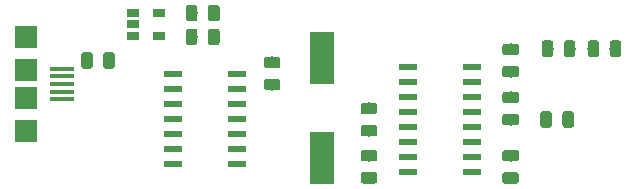
<source format=gbr>
G04 #@! TF.GenerationSoftware,KiCad,Pcbnew,5.0.2-bee76a0~70~ubuntu16.04.1*
G04 #@! TF.CreationDate,2019-07-30T15:31:50+02:00*
G04 #@! TF.ProjectId,hw-USB-RF,68772d55-5342-42d5-9246-2e6b69636164,rev?*
G04 #@! TF.SameCoordinates,Original*
G04 #@! TF.FileFunction,Paste,Top*
G04 #@! TF.FilePolarity,Positive*
%FSLAX46Y46*%
G04 Gerber Fmt 4.6, Leading zero omitted, Abs format (unit mm)*
G04 Created by KiCad (PCBNEW 5.0.2-bee76a0~70~ubuntu16.04.1) date Tue 30 Jul 2019 03:31:50 PM CEST*
%MOMM*%
%LPD*%
G01*
G04 APERTURE LIST*
%ADD10R,1.500000X0.600000*%
%ADD11C,0.100000*%
%ADD12C,0.975000*%
%ADD13R,2.000000X4.500000*%
%ADD14R,1.060000X0.650000*%
%ADD15R,1.897380X1.897380*%
%ADD16R,2.000000X0.398780*%
G04 APERTURE END LIST*
D10*
G04 #@! TO.C,U3*
X127795000Y-85725000D03*
X127795000Y-84455000D03*
X127795000Y-83185000D03*
X127795000Y-81915000D03*
X127795000Y-80645000D03*
X127795000Y-79375000D03*
X127795000Y-78105000D03*
X122395000Y-78105000D03*
X122395000Y-79375000D03*
X122395000Y-80645000D03*
X122395000Y-81915000D03*
X122395000Y-83185000D03*
X122395000Y-84455000D03*
X122395000Y-85725000D03*
G04 #@! TD*
D11*
G04 #@! TO.C,C1*
G36*
X156142642Y-81301174D02*
X156166303Y-81304684D01*
X156189507Y-81310496D01*
X156212029Y-81318554D01*
X156233653Y-81328782D01*
X156254170Y-81341079D01*
X156273383Y-81355329D01*
X156291107Y-81371393D01*
X156307171Y-81389117D01*
X156321421Y-81408330D01*
X156333718Y-81428847D01*
X156343946Y-81450471D01*
X156352004Y-81472993D01*
X156357816Y-81496197D01*
X156361326Y-81519858D01*
X156362500Y-81543750D01*
X156362500Y-82456250D01*
X156361326Y-82480142D01*
X156357816Y-82503803D01*
X156352004Y-82527007D01*
X156343946Y-82549529D01*
X156333718Y-82571153D01*
X156321421Y-82591670D01*
X156307171Y-82610883D01*
X156291107Y-82628607D01*
X156273383Y-82644671D01*
X156254170Y-82658921D01*
X156233653Y-82671218D01*
X156212029Y-82681446D01*
X156189507Y-82689504D01*
X156166303Y-82695316D01*
X156142642Y-82698826D01*
X156118750Y-82700000D01*
X155631250Y-82700000D01*
X155607358Y-82698826D01*
X155583697Y-82695316D01*
X155560493Y-82689504D01*
X155537971Y-82681446D01*
X155516347Y-82671218D01*
X155495830Y-82658921D01*
X155476617Y-82644671D01*
X155458893Y-82628607D01*
X155442829Y-82610883D01*
X155428579Y-82591670D01*
X155416282Y-82571153D01*
X155406054Y-82549529D01*
X155397996Y-82527007D01*
X155392184Y-82503803D01*
X155388674Y-82480142D01*
X155387500Y-82456250D01*
X155387500Y-81543750D01*
X155388674Y-81519858D01*
X155392184Y-81496197D01*
X155397996Y-81472993D01*
X155406054Y-81450471D01*
X155416282Y-81428847D01*
X155428579Y-81408330D01*
X155442829Y-81389117D01*
X155458893Y-81371393D01*
X155476617Y-81355329D01*
X155495830Y-81341079D01*
X155516347Y-81328782D01*
X155537971Y-81318554D01*
X155560493Y-81310496D01*
X155583697Y-81304684D01*
X155607358Y-81301174D01*
X155631250Y-81300000D01*
X156118750Y-81300000D01*
X156142642Y-81301174D01*
X156142642Y-81301174D01*
G37*
D12*
X155875000Y-82000000D03*
D11*
G36*
X154267642Y-81301174D02*
X154291303Y-81304684D01*
X154314507Y-81310496D01*
X154337029Y-81318554D01*
X154358653Y-81328782D01*
X154379170Y-81341079D01*
X154398383Y-81355329D01*
X154416107Y-81371393D01*
X154432171Y-81389117D01*
X154446421Y-81408330D01*
X154458718Y-81428847D01*
X154468946Y-81450471D01*
X154477004Y-81472993D01*
X154482816Y-81496197D01*
X154486326Y-81519858D01*
X154487500Y-81543750D01*
X154487500Y-82456250D01*
X154486326Y-82480142D01*
X154482816Y-82503803D01*
X154477004Y-82527007D01*
X154468946Y-82549529D01*
X154458718Y-82571153D01*
X154446421Y-82591670D01*
X154432171Y-82610883D01*
X154416107Y-82628607D01*
X154398383Y-82644671D01*
X154379170Y-82658921D01*
X154358653Y-82671218D01*
X154337029Y-82681446D01*
X154314507Y-82689504D01*
X154291303Y-82695316D01*
X154267642Y-82698826D01*
X154243750Y-82700000D01*
X153756250Y-82700000D01*
X153732358Y-82698826D01*
X153708697Y-82695316D01*
X153685493Y-82689504D01*
X153662971Y-82681446D01*
X153641347Y-82671218D01*
X153620830Y-82658921D01*
X153601617Y-82644671D01*
X153583893Y-82628607D01*
X153567829Y-82610883D01*
X153553579Y-82591670D01*
X153541282Y-82571153D01*
X153531054Y-82549529D01*
X153522996Y-82527007D01*
X153517184Y-82503803D01*
X153513674Y-82480142D01*
X153512500Y-82456250D01*
X153512500Y-81543750D01*
X153513674Y-81519858D01*
X153517184Y-81496197D01*
X153522996Y-81472993D01*
X153531054Y-81450471D01*
X153541282Y-81428847D01*
X153553579Y-81408330D01*
X153567829Y-81389117D01*
X153583893Y-81371393D01*
X153601617Y-81355329D01*
X153620830Y-81341079D01*
X153641347Y-81328782D01*
X153662971Y-81318554D01*
X153685493Y-81310496D01*
X153708697Y-81304684D01*
X153732358Y-81301174D01*
X153756250Y-81300000D01*
X154243750Y-81300000D01*
X154267642Y-81301174D01*
X154267642Y-81301174D01*
G37*
D12*
X154000000Y-82000000D03*
G04 #@! TD*
D11*
G04 #@! TO.C,C2*
G36*
X139480142Y-86451174D02*
X139503803Y-86454684D01*
X139527007Y-86460496D01*
X139549529Y-86468554D01*
X139571153Y-86478782D01*
X139591670Y-86491079D01*
X139610883Y-86505329D01*
X139628607Y-86521393D01*
X139644671Y-86539117D01*
X139658921Y-86558330D01*
X139671218Y-86578847D01*
X139681446Y-86600471D01*
X139689504Y-86622993D01*
X139695316Y-86646197D01*
X139698826Y-86669858D01*
X139700000Y-86693750D01*
X139700000Y-87181250D01*
X139698826Y-87205142D01*
X139695316Y-87228803D01*
X139689504Y-87252007D01*
X139681446Y-87274529D01*
X139671218Y-87296153D01*
X139658921Y-87316670D01*
X139644671Y-87335883D01*
X139628607Y-87353607D01*
X139610883Y-87369671D01*
X139591670Y-87383921D01*
X139571153Y-87396218D01*
X139549529Y-87406446D01*
X139527007Y-87414504D01*
X139503803Y-87420316D01*
X139480142Y-87423826D01*
X139456250Y-87425000D01*
X138543750Y-87425000D01*
X138519858Y-87423826D01*
X138496197Y-87420316D01*
X138472993Y-87414504D01*
X138450471Y-87406446D01*
X138428847Y-87396218D01*
X138408330Y-87383921D01*
X138389117Y-87369671D01*
X138371393Y-87353607D01*
X138355329Y-87335883D01*
X138341079Y-87316670D01*
X138328782Y-87296153D01*
X138318554Y-87274529D01*
X138310496Y-87252007D01*
X138304684Y-87228803D01*
X138301174Y-87205142D01*
X138300000Y-87181250D01*
X138300000Y-86693750D01*
X138301174Y-86669858D01*
X138304684Y-86646197D01*
X138310496Y-86622993D01*
X138318554Y-86600471D01*
X138328782Y-86578847D01*
X138341079Y-86558330D01*
X138355329Y-86539117D01*
X138371393Y-86521393D01*
X138389117Y-86505329D01*
X138408330Y-86491079D01*
X138428847Y-86478782D01*
X138450471Y-86468554D01*
X138472993Y-86460496D01*
X138496197Y-86454684D01*
X138519858Y-86451174D01*
X138543750Y-86450000D01*
X139456250Y-86450000D01*
X139480142Y-86451174D01*
X139480142Y-86451174D01*
G37*
D12*
X139000000Y-86937500D03*
D11*
G36*
X139480142Y-84576174D02*
X139503803Y-84579684D01*
X139527007Y-84585496D01*
X139549529Y-84593554D01*
X139571153Y-84603782D01*
X139591670Y-84616079D01*
X139610883Y-84630329D01*
X139628607Y-84646393D01*
X139644671Y-84664117D01*
X139658921Y-84683330D01*
X139671218Y-84703847D01*
X139681446Y-84725471D01*
X139689504Y-84747993D01*
X139695316Y-84771197D01*
X139698826Y-84794858D01*
X139700000Y-84818750D01*
X139700000Y-85306250D01*
X139698826Y-85330142D01*
X139695316Y-85353803D01*
X139689504Y-85377007D01*
X139681446Y-85399529D01*
X139671218Y-85421153D01*
X139658921Y-85441670D01*
X139644671Y-85460883D01*
X139628607Y-85478607D01*
X139610883Y-85494671D01*
X139591670Y-85508921D01*
X139571153Y-85521218D01*
X139549529Y-85531446D01*
X139527007Y-85539504D01*
X139503803Y-85545316D01*
X139480142Y-85548826D01*
X139456250Y-85550000D01*
X138543750Y-85550000D01*
X138519858Y-85548826D01*
X138496197Y-85545316D01*
X138472993Y-85539504D01*
X138450471Y-85531446D01*
X138428847Y-85521218D01*
X138408330Y-85508921D01*
X138389117Y-85494671D01*
X138371393Y-85478607D01*
X138355329Y-85460883D01*
X138341079Y-85441670D01*
X138328782Y-85421153D01*
X138318554Y-85399529D01*
X138310496Y-85377007D01*
X138304684Y-85353803D01*
X138301174Y-85330142D01*
X138300000Y-85306250D01*
X138300000Y-84818750D01*
X138301174Y-84794858D01*
X138304684Y-84771197D01*
X138310496Y-84747993D01*
X138318554Y-84725471D01*
X138328782Y-84703847D01*
X138341079Y-84683330D01*
X138355329Y-84664117D01*
X138371393Y-84646393D01*
X138389117Y-84630329D01*
X138408330Y-84616079D01*
X138428847Y-84603782D01*
X138450471Y-84593554D01*
X138472993Y-84585496D01*
X138496197Y-84579684D01*
X138519858Y-84576174D01*
X138543750Y-84575000D01*
X139456250Y-84575000D01*
X139480142Y-84576174D01*
X139480142Y-84576174D01*
G37*
D12*
X139000000Y-85062500D03*
G04 #@! TD*
D11*
G04 #@! TO.C,C3*
G36*
X139480142Y-82451174D02*
X139503803Y-82454684D01*
X139527007Y-82460496D01*
X139549529Y-82468554D01*
X139571153Y-82478782D01*
X139591670Y-82491079D01*
X139610883Y-82505329D01*
X139628607Y-82521393D01*
X139644671Y-82539117D01*
X139658921Y-82558330D01*
X139671218Y-82578847D01*
X139681446Y-82600471D01*
X139689504Y-82622993D01*
X139695316Y-82646197D01*
X139698826Y-82669858D01*
X139700000Y-82693750D01*
X139700000Y-83181250D01*
X139698826Y-83205142D01*
X139695316Y-83228803D01*
X139689504Y-83252007D01*
X139681446Y-83274529D01*
X139671218Y-83296153D01*
X139658921Y-83316670D01*
X139644671Y-83335883D01*
X139628607Y-83353607D01*
X139610883Y-83369671D01*
X139591670Y-83383921D01*
X139571153Y-83396218D01*
X139549529Y-83406446D01*
X139527007Y-83414504D01*
X139503803Y-83420316D01*
X139480142Y-83423826D01*
X139456250Y-83425000D01*
X138543750Y-83425000D01*
X138519858Y-83423826D01*
X138496197Y-83420316D01*
X138472993Y-83414504D01*
X138450471Y-83406446D01*
X138428847Y-83396218D01*
X138408330Y-83383921D01*
X138389117Y-83369671D01*
X138371393Y-83353607D01*
X138355329Y-83335883D01*
X138341079Y-83316670D01*
X138328782Y-83296153D01*
X138318554Y-83274529D01*
X138310496Y-83252007D01*
X138304684Y-83228803D01*
X138301174Y-83205142D01*
X138300000Y-83181250D01*
X138300000Y-82693750D01*
X138301174Y-82669858D01*
X138304684Y-82646197D01*
X138310496Y-82622993D01*
X138318554Y-82600471D01*
X138328782Y-82578847D01*
X138341079Y-82558330D01*
X138355329Y-82539117D01*
X138371393Y-82521393D01*
X138389117Y-82505329D01*
X138408330Y-82491079D01*
X138428847Y-82478782D01*
X138450471Y-82468554D01*
X138472993Y-82460496D01*
X138496197Y-82454684D01*
X138519858Y-82451174D01*
X138543750Y-82450000D01*
X139456250Y-82450000D01*
X139480142Y-82451174D01*
X139480142Y-82451174D01*
G37*
D12*
X139000000Y-82937500D03*
D11*
G36*
X139480142Y-80576174D02*
X139503803Y-80579684D01*
X139527007Y-80585496D01*
X139549529Y-80593554D01*
X139571153Y-80603782D01*
X139591670Y-80616079D01*
X139610883Y-80630329D01*
X139628607Y-80646393D01*
X139644671Y-80664117D01*
X139658921Y-80683330D01*
X139671218Y-80703847D01*
X139681446Y-80725471D01*
X139689504Y-80747993D01*
X139695316Y-80771197D01*
X139698826Y-80794858D01*
X139700000Y-80818750D01*
X139700000Y-81306250D01*
X139698826Y-81330142D01*
X139695316Y-81353803D01*
X139689504Y-81377007D01*
X139681446Y-81399529D01*
X139671218Y-81421153D01*
X139658921Y-81441670D01*
X139644671Y-81460883D01*
X139628607Y-81478607D01*
X139610883Y-81494671D01*
X139591670Y-81508921D01*
X139571153Y-81521218D01*
X139549529Y-81531446D01*
X139527007Y-81539504D01*
X139503803Y-81545316D01*
X139480142Y-81548826D01*
X139456250Y-81550000D01*
X138543750Y-81550000D01*
X138519858Y-81548826D01*
X138496197Y-81545316D01*
X138472993Y-81539504D01*
X138450471Y-81531446D01*
X138428847Y-81521218D01*
X138408330Y-81508921D01*
X138389117Y-81494671D01*
X138371393Y-81478607D01*
X138355329Y-81460883D01*
X138341079Y-81441670D01*
X138328782Y-81421153D01*
X138318554Y-81399529D01*
X138310496Y-81377007D01*
X138304684Y-81353803D01*
X138301174Y-81330142D01*
X138300000Y-81306250D01*
X138300000Y-80818750D01*
X138301174Y-80794858D01*
X138304684Y-80771197D01*
X138310496Y-80747993D01*
X138318554Y-80725471D01*
X138328782Y-80703847D01*
X138341079Y-80683330D01*
X138355329Y-80664117D01*
X138371393Y-80646393D01*
X138389117Y-80630329D01*
X138408330Y-80616079D01*
X138428847Y-80603782D01*
X138450471Y-80593554D01*
X138472993Y-80585496D01*
X138496197Y-80579684D01*
X138519858Y-80576174D01*
X138543750Y-80575000D01*
X139456250Y-80575000D01*
X139480142Y-80576174D01*
X139480142Y-80576174D01*
G37*
D12*
X139000000Y-81062500D03*
G04 #@! TD*
D11*
G04 #@! TO.C,C4*
G36*
X151480142Y-75576174D02*
X151503803Y-75579684D01*
X151527007Y-75585496D01*
X151549529Y-75593554D01*
X151571153Y-75603782D01*
X151591670Y-75616079D01*
X151610883Y-75630329D01*
X151628607Y-75646393D01*
X151644671Y-75664117D01*
X151658921Y-75683330D01*
X151671218Y-75703847D01*
X151681446Y-75725471D01*
X151689504Y-75747993D01*
X151695316Y-75771197D01*
X151698826Y-75794858D01*
X151700000Y-75818750D01*
X151700000Y-76306250D01*
X151698826Y-76330142D01*
X151695316Y-76353803D01*
X151689504Y-76377007D01*
X151681446Y-76399529D01*
X151671218Y-76421153D01*
X151658921Y-76441670D01*
X151644671Y-76460883D01*
X151628607Y-76478607D01*
X151610883Y-76494671D01*
X151591670Y-76508921D01*
X151571153Y-76521218D01*
X151549529Y-76531446D01*
X151527007Y-76539504D01*
X151503803Y-76545316D01*
X151480142Y-76548826D01*
X151456250Y-76550000D01*
X150543750Y-76550000D01*
X150519858Y-76548826D01*
X150496197Y-76545316D01*
X150472993Y-76539504D01*
X150450471Y-76531446D01*
X150428847Y-76521218D01*
X150408330Y-76508921D01*
X150389117Y-76494671D01*
X150371393Y-76478607D01*
X150355329Y-76460883D01*
X150341079Y-76441670D01*
X150328782Y-76421153D01*
X150318554Y-76399529D01*
X150310496Y-76377007D01*
X150304684Y-76353803D01*
X150301174Y-76330142D01*
X150300000Y-76306250D01*
X150300000Y-75818750D01*
X150301174Y-75794858D01*
X150304684Y-75771197D01*
X150310496Y-75747993D01*
X150318554Y-75725471D01*
X150328782Y-75703847D01*
X150341079Y-75683330D01*
X150355329Y-75664117D01*
X150371393Y-75646393D01*
X150389117Y-75630329D01*
X150408330Y-75616079D01*
X150428847Y-75603782D01*
X150450471Y-75593554D01*
X150472993Y-75585496D01*
X150496197Y-75579684D01*
X150519858Y-75576174D01*
X150543750Y-75575000D01*
X151456250Y-75575000D01*
X151480142Y-75576174D01*
X151480142Y-75576174D01*
G37*
D12*
X151000000Y-76062500D03*
D11*
G36*
X151480142Y-77451174D02*
X151503803Y-77454684D01*
X151527007Y-77460496D01*
X151549529Y-77468554D01*
X151571153Y-77478782D01*
X151591670Y-77491079D01*
X151610883Y-77505329D01*
X151628607Y-77521393D01*
X151644671Y-77539117D01*
X151658921Y-77558330D01*
X151671218Y-77578847D01*
X151681446Y-77600471D01*
X151689504Y-77622993D01*
X151695316Y-77646197D01*
X151698826Y-77669858D01*
X151700000Y-77693750D01*
X151700000Y-78181250D01*
X151698826Y-78205142D01*
X151695316Y-78228803D01*
X151689504Y-78252007D01*
X151681446Y-78274529D01*
X151671218Y-78296153D01*
X151658921Y-78316670D01*
X151644671Y-78335883D01*
X151628607Y-78353607D01*
X151610883Y-78369671D01*
X151591670Y-78383921D01*
X151571153Y-78396218D01*
X151549529Y-78406446D01*
X151527007Y-78414504D01*
X151503803Y-78420316D01*
X151480142Y-78423826D01*
X151456250Y-78425000D01*
X150543750Y-78425000D01*
X150519858Y-78423826D01*
X150496197Y-78420316D01*
X150472993Y-78414504D01*
X150450471Y-78406446D01*
X150428847Y-78396218D01*
X150408330Y-78383921D01*
X150389117Y-78369671D01*
X150371393Y-78353607D01*
X150355329Y-78335883D01*
X150341079Y-78316670D01*
X150328782Y-78296153D01*
X150318554Y-78274529D01*
X150310496Y-78252007D01*
X150304684Y-78228803D01*
X150301174Y-78205142D01*
X150300000Y-78181250D01*
X150300000Y-77693750D01*
X150301174Y-77669858D01*
X150304684Y-77646197D01*
X150310496Y-77622993D01*
X150318554Y-77600471D01*
X150328782Y-77578847D01*
X150341079Y-77558330D01*
X150355329Y-77539117D01*
X150371393Y-77521393D01*
X150389117Y-77505329D01*
X150408330Y-77491079D01*
X150428847Y-77478782D01*
X150450471Y-77468554D01*
X150472993Y-77460496D01*
X150496197Y-77454684D01*
X150519858Y-77451174D01*
X150543750Y-77450000D01*
X151456250Y-77450000D01*
X151480142Y-77451174D01*
X151480142Y-77451174D01*
G37*
D12*
X151000000Y-77937500D03*
G04 #@! TD*
D11*
G04 #@! TO.C,C5*
G36*
X131290142Y-76681174D02*
X131313803Y-76684684D01*
X131337007Y-76690496D01*
X131359529Y-76698554D01*
X131381153Y-76708782D01*
X131401670Y-76721079D01*
X131420883Y-76735329D01*
X131438607Y-76751393D01*
X131454671Y-76769117D01*
X131468921Y-76788330D01*
X131481218Y-76808847D01*
X131491446Y-76830471D01*
X131499504Y-76852993D01*
X131505316Y-76876197D01*
X131508826Y-76899858D01*
X131510000Y-76923750D01*
X131510000Y-77411250D01*
X131508826Y-77435142D01*
X131505316Y-77458803D01*
X131499504Y-77482007D01*
X131491446Y-77504529D01*
X131481218Y-77526153D01*
X131468921Y-77546670D01*
X131454671Y-77565883D01*
X131438607Y-77583607D01*
X131420883Y-77599671D01*
X131401670Y-77613921D01*
X131381153Y-77626218D01*
X131359529Y-77636446D01*
X131337007Y-77644504D01*
X131313803Y-77650316D01*
X131290142Y-77653826D01*
X131266250Y-77655000D01*
X130353750Y-77655000D01*
X130329858Y-77653826D01*
X130306197Y-77650316D01*
X130282993Y-77644504D01*
X130260471Y-77636446D01*
X130238847Y-77626218D01*
X130218330Y-77613921D01*
X130199117Y-77599671D01*
X130181393Y-77583607D01*
X130165329Y-77565883D01*
X130151079Y-77546670D01*
X130138782Y-77526153D01*
X130128554Y-77504529D01*
X130120496Y-77482007D01*
X130114684Y-77458803D01*
X130111174Y-77435142D01*
X130110000Y-77411250D01*
X130110000Y-76923750D01*
X130111174Y-76899858D01*
X130114684Y-76876197D01*
X130120496Y-76852993D01*
X130128554Y-76830471D01*
X130138782Y-76808847D01*
X130151079Y-76788330D01*
X130165329Y-76769117D01*
X130181393Y-76751393D01*
X130199117Y-76735329D01*
X130218330Y-76721079D01*
X130238847Y-76708782D01*
X130260471Y-76698554D01*
X130282993Y-76690496D01*
X130306197Y-76684684D01*
X130329858Y-76681174D01*
X130353750Y-76680000D01*
X131266250Y-76680000D01*
X131290142Y-76681174D01*
X131290142Y-76681174D01*
G37*
D12*
X130810000Y-77167500D03*
D11*
G36*
X131290142Y-78556174D02*
X131313803Y-78559684D01*
X131337007Y-78565496D01*
X131359529Y-78573554D01*
X131381153Y-78583782D01*
X131401670Y-78596079D01*
X131420883Y-78610329D01*
X131438607Y-78626393D01*
X131454671Y-78644117D01*
X131468921Y-78663330D01*
X131481218Y-78683847D01*
X131491446Y-78705471D01*
X131499504Y-78727993D01*
X131505316Y-78751197D01*
X131508826Y-78774858D01*
X131510000Y-78798750D01*
X131510000Y-79286250D01*
X131508826Y-79310142D01*
X131505316Y-79333803D01*
X131499504Y-79357007D01*
X131491446Y-79379529D01*
X131481218Y-79401153D01*
X131468921Y-79421670D01*
X131454671Y-79440883D01*
X131438607Y-79458607D01*
X131420883Y-79474671D01*
X131401670Y-79488921D01*
X131381153Y-79501218D01*
X131359529Y-79511446D01*
X131337007Y-79519504D01*
X131313803Y-79525316D01*
X131290142Y-79528826D01*
X131266250Y-79530000D01*
X130353750Y-79530000D01*
X130329858Y-79528826D01*
X130306197Y-79525316D01*
X130282993Y-79519504D01*
X130260471Y-79511446D01*
X130238847Y-79501218D01*
X130218330Y-79488921D01*
X130199117Y-79474671D01*
X130181393Y-79458607D01*
X130165329Y-79440883D01*
X130151079Y-79421670D01*
X130138782Y-79401153D01*
X130128554Y-79379529D01*
X130120496Y-79357007D01*
X130114684Y-79333803D01*
X130111174Y-79310142D01*
X130110000Y-79286250D01*
X130110000Y-78798750D01*
X130111174Y-78774858D01*
X130114684Y-78751197D01*
X130120496Y-78727993D01*
X130128554Y-78705471D01*
X130138782Y-78683847D01*
X130151079Y-78663330D01*
X130165329Y-78644117D01*
X130181393Y-78626393D01*
X130199117Y-78610329D01*
X130218330Y-78596079D01*
X130238847Y-78583782D01*
X130260471Y-78573554D01*
X130282993Y-78565496D01*
X130306197Y-78559684D01*
X130329858Y-78556174D01*
X130353750Y-78555000D01*
X131266250Y-78555000D01*
X131290142Y-78556174D01*
X131290142Y-78556174D01*
G37*
D12*
X130810000Y-79042500D03*
G04 #@! TD*
D11*
G04 #@! TO.C,C6*
G36*
X124267642Y-74301174D02*
X124291303Y-74304684D01*
X124314507Y-74310496D01*
X124337029Y-74318554D01*
X124358653Y-74328782D01*
X124379170Y-74341079D01*
X124398383Y-74355329D01*
X124416107Y-74371393D01*
X124432171Y-74389117D01*
X124446421Y-74408330D01*
X124458718Y-74428847D01*
X124468946Y-74450471D01*
X124477004Y-74472993D01*
X124482816Y-74496197D01*
X124486326Y-74519858D01*
X124487500Y-74543750D01*
X124487500Y-75456250D01*
X124486326Y-75480142D01*
X124482816Y-75503803D01*
X124477004Y-75527007D01*
X124468946Y-75549529D01*
X124458718Y-75571153D01*
X124446421Y-75591670D01*
X124432171Y-75610883D01*
X124416107Y-75628607D01*
X124398383Y-75644671D01*
X124379170Y-75658921D01*
X124358653Y-75671218D01*
X124337029Y-75681446D01*
X124314507Y-75689504D01*
X124291303Y-75695316D01*
X124267642Y-75698826D01*
X124243750Y-75700000D01*
X123756250Y-75700000D01*
X123732358Y-75698826D01*
X123708697Y-75695316D01*
X123685493Y-75689504D01*
X123662971Y-75681446D01*
X123641347Y-75671218D01*
X123620830Y-75658921D01*
X123601617Y-75644671D01*
X123583893Y-75628607D01*
X123567829Y-75610883D01*
X123553579Y-75591670D01*
X123541282Y-75571153D01*
X123531054Y-75549529D01*
X123522996Y-75527007D01*
X123517184Y-75503803D01*
X123513674Y-75480142D01*
X123512500Y-75456250D01*
X123512500Y-74543750D01*
X123513674Y-74519858D01*
X123517184Y-74496197D01*
X123522996Y-74472993D01*
X123531054Y-74450471D01*
X123541282Y-74428847D01*
X123553579Y-74408330D01*
X123567829Y-74389117D01*
X123583893Y-74371393D01*
X123601617Y-74355329D01*
X123620830Y-74341079D01*
X123641347Y-74328782D01*
X123662971Y-74318554D01*
X123685493Y-74310496D01*
X123708697Y-74304684D01*
X123732358Y-74301174D01*
X123756250Y-74300000D01*
X124243750Y-74300000D01*
X124267642Y-74301174D01*
X124267642Y-74301174D01*
G37*
D12*
X124000000Y-75000000D03*
D11*
G36*
X126142642Y-74301174D02*
X126166303Y-74304684D01*
X126189507Y-74310496D01*
X126212029Y-74318554D01*
X126233653Y-74328782D01*
X126254170Y-74341079D01*
X126273383Y-74355329D01*
X126291107Y-74371393D01*
X126307171Y-74389117D01*
X126321421Y-74408330D01*
X126333718Y-74428847D01*
X126343946Y-74450471D01*
X126352004Y-74472993D01*
X126357816Y-74496197D01*
X126361326Y-74519858D01*
X126362500Y-74543750D01*
X126362500Y-75456250D01*
X126361326Y-75480142D01*
X126357816Y-75503803D01*
X126352004Y-75527007D01*
X126343946Y-75549529D01*
X126333718Y-75571153D01*
X126321421Y-75591670D01*
X126307171Y-75610883D01*
X126291107Y-75628607D01*
X126273383Y-75644671D01*
X126254170Y-75658921D01*
X126233653Y-75671218D01*
X126212029Y-75681446D01*
X126189507Y-75689504D01*
X126166303Y-75695316D01*
X126142642Y-75698826D01*
X126118750Y-75700000D01*
X125631250Y-75700000D01*
X125607358Y-75698826D01*
X125583697Y-75695316D01*
X125560493Y-75689504D01*
X125537971Y-75681446D01*
X125516347Y-75671218D01*
X125495830Y-75658921D01*
X125476617Y-75644671D01*
X125458893Y-75628607D01*
X125442829Y-75610883D01*
X125428579Y-75591670D01*
X125416282Y-75571153D01*
X125406054Y-75549529D01*
X125397996Y-75527007D01*
X125392184Y-75503803D01*
X125388674Y-75480142D01*
X125387500Y-75456250D01*
X125387500Y-74543750D01*
X125388674Y-74519858D01*
X125392184Y-74496197D01*
X125397996Y-74472993D01*
X125406054Y-74450471D01*
X125416282Y-74428847D01*
X125428579Y-74408330D01*
X125442829Y-74389117D01*
X125458893Y-74371393D01*
X125476617Y-74355329D01*
X125495830Y-74341079D01*
X125516347Y-74328782D01*
X125537971Y-74318554D01*
X125560493Y-74310496D01*
X125583697Y-74304684D01*
X125607358Y-74301174D01*
X125631250Y-74300000D01*
X126118750Y-74300000D01*
X126142642Y-74301174D01*
X126142642Y-74301174D01*
G37*
D12*
X125875000Y-75000000D03*
G04 #@! TD*
D11*
G04 #@! TO.C,C7*
G36*
X126142642Y-72301174D02*
X126166303Y-72304684D01*
X126189507Y-72310496D01*
X126212029Y-72318554D01*
X126233653Y-72328782D01*
X126254170Y-72341079D01*
X126273383Y-72355329D01*
X126291107Y-72371393D01*
X126307171Y-72389117D01*
X126321421Y-72408330D01*
X126333718Y-72428847D01*
X126343946Y-72450471D01*
X126352004Y-72472993D01*
X126357816Y-72496197D01*
X126361326Y-72519858D01*
X126362500Y-72543750D01*
X126362500Y-73456250D01*
X126361326Y-73480142D01*
X126357816Y-73503803D01*
X126352004Y-73527007D01*
X126343946Y-73549529D01*
X126333718Y-73571153D01*
X126321421Y-73591670D01*
X126307171Y-73610883D01*
X126291107Y-73628607D01*
X126273383Y-73644671D01*
X126254170Y-73658921D01*
X126233653Y-73671218D01*
X126212029Y-73681446D01*
X126189507Y-73689504D01*
X126166303Y-73695316D01*
X126142642Y-73698826D01*
X126118750Y-73700000D01*
X125631250Y-73700000D01*
X125607358Y-73698826D01*
X125583697Y-73695316D01*
X125560493Y-73689504D01*
X125537971Y-73681446D01*
X125516347Y-73671218D01*
X125495830Y-73658921D01*
X125476617Y-73644671D01*
X125458893Y-73628607D01*
X125442829Y-73610883D01*
X125428579Y-73591670D01*
X125416282Y-73571153D01*
X125406054Y-73549529D01*
X125397996Y-73527007D01*
X125392184Y-73503803D01*
X125388674Y-73480142D01*
X125387500Y-73456250D01*
X125387500Y-72543750D01*
X125388674Y-72519858D01*
X125392184Y-72496197D01*
X125397996Y-72472993D01*
X125406054Y-72450471D01*
X125416282Y-72428847D01*
X125428579Y-72408330D01*
X125442829Y-72389117D01*
X125458893Y-72371393D01*
X125476617Y-72355329D01*
X125495830Y-72341079D01*
X125516347Y-72328782D01*
X125537971Y-72318554D01*
X125560493Y-72310496D01*
X125583697Y-72304684D01*
X125607358Y-72301174D01*
X125631250Y-72300000D01*
X126118750Y-72300000D01*
X126142642Y-72301174D01*
X126142642Y-72301174D01*
G37*
D12*
X125875000Y-73000000D03*
D11*
G36*
X124267642Y-72301174D02*
X124291303Y-72304684D01*
X124314507Y-72310496D01*
X124337029Y-72318554D01*
X124358653Y-72328782D01*
X124379170Y-72341079D01*
X124398383Y-72355329D01*
X124416107Y-72371393D01*
X124432171Y-72389117D01*
X124446421Y-72408330D01*
X124458718Y-72428847D01*
X124468946Y-72450471D01*
X124477004Y-72472993D01*
X124482816Y-72496197D01*
X124486326Y-72519858D01*
X124487500Y-72543750D01*
X124487500Y-73456250D01*
X124486326Y-73480142D01*
X124482816Y-73503803D01*
X124477004Y-73527007D01*
X124468946Y-73549529D01*
X124458718Y-73571153D01*
X124446421Y-73591670D01*
X124432171Y-73610883D01*
X124416107Y-73628607D01*
X124398383Y-73644671D01*
X124379170Y-73658921D01*
X124358653Y-73671218D01*
X124337029Y-73681446D01*
X124314507Y-73689504D01*
X124291303Y-73695316D01*
X124267642Y-73698826D01*
X124243750Y-73700000D01*
X123756250Y-73700000D01*
X123732358Y-73698826D01*
X123708697Y-73695316D01*
X123685493Y-73689504D01*
X123662971Y-73681446D01*
X123641347Y-73671218D01*
X123620830Y-73658921D01*
X123601617Y-73644671D01*
X123583893Y-73628607D01*
X123567829Y-73610883D01*
X123553579Y-73591670D01*
X123541282Y-73571153D01*
X123531054Y-73549529D01*
X123522996Y-73527007D01*
X123517184Y-73503803D01*
X123513674Y-73480142D01*
X123512500Y-73456250D01*
X123512500Y-72543750D01*
X123513674Y-72519858D01*
X123517184Y-72496197D01*
X123522996Y-72472993D01*
X123531054Y-72450471D01*
X123541282Y-72428847D01*
X123553579Y-72408330D01*
X123567829Y-72389117D01*
X123583893Y-72371393D01*
X123601617Y-72355329D01*
X123620830Y-72341079D01*
X123641347Y-72328782D01*
X123662971Y-72318554D01*
X123685493Y-72310496D01*
X123708697Y-72304684D01*
X123732358Y-72301174D01*
X123756250Y-72300000D01*
X124243750Y-72300000D01*
X124267642Y-72301174D01*
X124267642Y-72301174D01*
G37*
D12*
X124000000Y-73000000D03*
G04 #@! TD*
D11*
G04 #@! TO.C,C8*
G36*
X115392642Y-76301174D02*
X115416303Y-76304684D01*
X115439507Y-76310496D01*
X115462029Y-76318554D01*
X115483653Y-76328782D01*
X115504170Y-76341079D01*
X115523383Y-76355329D01*
X115541107Y-76371393D01*
X115557171Y-76389117D01*
X115571421Y-76408330D01*
X115583718Y-76428847D01*
X115593946Y-76450471D01*
X115602004Y-76472993D01*
X115607816Y-76496197D01*
X115611326Y-76519858D01*
X115612500Y-76543750D01*
X115612500Y-77456250D01*
X115611326Y-77480142D01*
X115607816Y-77503803D01*
X115602004Y-77527007D01*
X115593946Y-77549529D01*
X115583718Y-77571153D01*
X115571421Y-77591670D01*
X115557171Y-77610883D01*
X115541107Y-77628607D01*
X115523383Y-77644671D01*
X115504170Y-77658921D01*
X115483653Y-77671218D01*
X115462029Y-77681446D01*
X115439507Y-77689504D01*
X115416303Y-77695316D01*
X115392642Y-77698826D01*
X115368750Y-77700000D01*
X114881250Y-77700000D01*
X114857358Y-77698826D01*
X114833697Y-77695316D01*
X114810493Y-77689504D01*
X114787971Y-77681446D01*
X114766347Y-77671218D01*
X114745830Y-77658921D01*
X114726617Y-77644671D01*
X114708893Y-77628607D01*
X114692829Y-77610883D01*
X114678579Y-77591670D01*
X114666282Y-77571153D01*
X114656054Y-77549529D01*
X114647996Y-77527007D01*
X114642184Y-77503803D01*
X114638674Y-77480142D01*
X114637500Y-77456250D01*
X114637500Y-76543750D01*
X114638674Y-76519858D01*
X114642184Y-76496197D01*
X114647996Y-76472993D01*
X114656054Y-76450471D01*
X114666282Y-76428847D01*
X114678579Y-76408330D01*
X114692829Y-76389117D01*
X114708893Y-76371393D01*
X114726617Y-76355329D01*
X114745830Y-76341079D01*
X114766347Y-76328782D01*
X114787971Y-76318554D01*
X114810493Y-76310496D01*
X114833697Y-76304684D01*
X114857358Y-76301174D01*
X114881250Y-76300000D01*
X115368750Y-76300000D01*
X115392642Y-76301174D01*
X115392642Y-76301174D01*
G37*
D12*
X115125000Y-77000000D03*
D11*
G36*
X117267642Y-76301174D02*
X117291303Y-76304684D01*
X117314507Y-76310496D01*
X117337029Y-76318554D01*
X117358653Y-76328782D01*
X117379170Y-76341079D01*
X117398383Y-76355329D01*
X117416107Y-76371393D01*
X117432171Y-76389117D01*
X117446421Y-76408330D01*
X117458718Y-76428847D01*
X117468946Y-76450471D01*
X117477004Y-76472993D01*
X117482816Y-76496197D01*
X117486326Y-76519858D01*
X117487500Y-76543750D01*
X117487500Y-77456250D01*
X117486326Y-77480142D01*
X117482816Y-77503803D01*
X117477004Y-77527007D01*
X117468946Y-77549529D01*
X117458718Y-77571153D01*
X117446421Y-77591670D01*
X117432171Y-77610883D01*
X117416107Y-77628607D01*
X117398383Y-77644671D01*
X117379170Y-77658921D01*
X117358653Y-77671218D01*
X117337029Y-77681446D01*
X117314507Y-77689504D01*
X117291303Y-77695316D01*
X117267642Y-77698826D01*
X117243750Y-77700000D01*
X116756250Y-77700000D01*
X116732358Y-77698826D01*
X116708697Y-77695316D01*
X116685493Y-77689504D01*
X116662971Y-77681446D01*
X116641347Y-77671218D01*
X116620830Y-77658921D01*
X116601617Y-77644671D01*
X116583893Y-77628607D01*
X116567829Y-77610883D01*
X116553579Y-77591670D01*
X116541282Y-77571153D01*
X116531054Y-77549529D01*
X116522996Y-77527007D01*
X116517184Y-77503803D01*
X116513674Y-77480142D01*
X116512500Y-77456250D01*
X116512500Y-76543750D01*
X116513674Y-76519858D01*
X116517184Y-76496197D01*
X116522996Y-76472993D01*
X116531054Y-76450471D01*
X116541282Y-76428847D01*
X116553579Y-76408330D01*
X116567829Y-76389117D01*
X116583893Y-76371393D01*
X116601617Y-76355329D01*
X116620830Y-76341079D01*
X116641347Y-76328782D01*
X116662971Y-76318554D01*
X116685493Y-76310496D01*
X116708697Y-76304684D01*
X116732358Y-76301174D01*
X116756250Y-76300000D01*
X117243750Y-76300000D01*
X117267642Y-76301174D01*
X117267642Y-76301174D01*
G37*
D12*
X117000000Y-77000000D03*
G04 #@! TD*
D13*
G04 #@! TO.C,Y1*
X135000000Y-85250000D03*
X135000000Y-76750000D03*
G04 #@! TD*
D11*
G04 #@! TO.C,L1*
G36*
X151480142Y-81513674D02*
X151503803Y-81517184D01*
X151527007Y-81522996D01*
X151549529Y-81531054D01*
X151571153Y-81541282D01*
X151591670Y-81553579D01*
X151610883Y-81567829D01*
X151628607Y-81583893D01*
X151644671Y-81601617D01*
X151658921Y-81620830D01*
X151671218Y-81641347D01*
X151681446Y-81662971D01*
X151689504Y-81685493D01*
X151695316Y-81708697D01*
X151698826Y-81732358D01*
X151700000Y-81756250D01*
X151700000Y-82243750D01*
X151698826Y-82267642D01*
X151695316Y-82291303D01*
X151689504Y-82314507D01*
X151681446Y-82337029D01*
X151671218Y-82358653D01*
X151658921Y-82379170D01*
X151644671Y-82398383D01*
X151628607Y-82416107D01*
X151610883Y-82432171D01*
X151591670Y-82446421D01*
X151571153Y-82458718D01*
X151549529Y-82468946D01*
X151527007Y-82477004D01*
X151503803Y-82482816D01*
X151480142Y-82486326D01*
X151456250Y-82487500D01*
X150543750Y-82487500D01*
X150519858Y-82486326D01*
X150496197Y-82482816D01*
X150472993Y-82477004D01*
X150450471Y-82468946D01*
X150428847Y-82458718D01*
X150408330Y-82446421D01*
X150389117Y-82432171D01*
X150371393Y-82416107D01*
X150355329Y-82398383D01*
X150341079Y-82379170D01*
X150328782Y-82358653D01*
X150318554Y-82337029D01*
X150310496Y-82314507D01*
X150304684Y-82291303D01*
X150301174Y-82267642D01*
X150300000Y-82243750D01*
X150300000Y-81756250D01*
X150301174Y-81732358D01*
X150304684Y-81708697D01*
X150310496Y-81685493D01*
X150318554Y-81662971D01*
X150328782Y-81641347D01*
X150341079Y-81620830D01*
X150355329Y-81601617D01*
X150371393Y-81583893D01*
X150389117Y-81567829D01*
X150408330Y-81553579D01*
X150428847Y-81541282D01*
X150450471Y-81531054D01*
X150472993Y-81522996D01*
X150496197Y-81517184D01*
X150519858Y-81513674D01*
X150543750Y-81512500D01*
X151456250Y-81512500D01*
X151480142Y-81513674D01*
X151480142Y-81513674D01*
G37*
D12*
X151000000Y-82000000D03*
D11*
G36*
X151480142Y-79638674D02*
X151503803Y-79642184D01*
X151527007Y-79647996D01*
X151549529Y-79656054D01*
X151571153Y-79666282D01*
X151591670Y-79678579D01*
X151610883Y-79692829D01*
X151628607Y-79708893D01*
X151644671Y-79726617D01*
X151658921Y-79745830D01*
X151671218Y-79766347D01*
X151681446Y-79787971D01*
X151689504Y-79810493D01*
X151695316Y-79833697D01*
X151698826Y-79857358D01*
X151700000Y-79881250D01*
X151700000Y-80368750D01*
X151698826Y-80392642D01*
X151695316Y-80416303D01*
X151689504Y-80439507D01*
X151681446Y-80462029D01*
X151671218Y-80483653D01*
X151658921Y-80504170D01*
X151644671Y-80523383D01*
X151628607Y-80541107D01*
X151610883Y-80557171D01*
X151591670Y-80571421D01*
X151571153Y-80583718D01*
X151549529Y-80593946D01*
X151527007Y-80602004D01*
X151503803Y-80607816D01*
X151480142Y-80611326D01*
X151456250Y-80612500D01*
X150543750Y-80612500D01*
X150519858Y-80611326D01*
X150496197Y-80607816D01*
X150472993Y-80602004D01*
X150450471Y-80593946D01*
X150428847Y-80583718D01*
X150408330Y-80571421D01*
X150389117Y-80557171D01*
X150371393Y-80541107D01*
X150355329Y-80523383D01*
X150341079Y-80504170D01*
X150328782Y-80483653D01*
X150318554Y-80462029D01*
X150310496Y-80439507D01*
X150304684Y-80416303D01*
X150301174Y-80392642D01*
X150300000Y-80368750D01*
X150300000Y-79881250D01*
X150301174Y-79857358D01*
X150304684Y-79833697D01*
X150310496Y-79810493D01*
X150318554Y-79787971D01*
X150328782Y-79766347D01*
X150341079Y-79745830D01*
X150355329Y-79726617D01*
X150371393Y-79708893D01*
X150389117Y-79692829D01*
X150408330Y-79678579D01*
X150428847Y-79666282D01*
X150450471Y-79656054D01*
X150472993Y-79647996D01*
X150496197Y-79642184D01*
X150519858Y-79638674D01*
X150543750Y-79637500D01*
X151456250Y-79637500D01*
X151480142Y-79638674D01*
X151480142Y-79638674D01*
G37*
D12*
X151000000Y-80125000D03*
G04 #@! TD*
D11*
G04 #@! TO.C,L2*
G36*
X151480142Y-86451174D02*
X151503803Y-86454684D01*
X151527007Y-86460496D01*
X151549529Y-86468554D01*
X151571153Y-86478782D01*
X151591670Y-86491079D01*
X151610883Y-86505329D01*
X151628607Y-86521393D01*
X151644671Y-86539117D01*
X151658921Y-86558330D01*
X151671218Y-86578847D01*
X151681446Y-86600471D01*
X151689504Y-86622993D01*
X151695316Y-86646197D01*
X151698826Y-86669858D01*
X151700000Y-86693750D01*
X151700000Y-87181250D01*
X151698826Y-87205142D01*
X151695316Y-87228803D01*
X151689504Y-87252007D01*
X151681446Y-87274529D01*
X151671218Y-87296153D01*
X151658921Y-87316670D01*
X151644671Y-87335883D01*
X151628607Y-87353607D01*
X151610883Y-87369671D01*
X151591670Y-87383921D01*
X151571153Y-87396218D01*
X151549529Y-87406446D01*
X151527007Y-87414504D01*
X151503803Y-87420316D01*
X151480142Y-87423826D01*
X151456250Y-87425000D01*
X150543750Y-87425000D01*
X150519858Y-87423826D01*
X150496197Y-87420316D01*
X150472993Y-87414504D01*
X150450471Y-87406446D01*
X150428847Y-87396218D01*
X150408330Y-87383921D01*
X150389117Y-87369671D01*
X150371393Y-87353607D01*
X150355329Y-87335883D01*
X150341079Y-87316670D01*
X150328782Y-87296153D01*
X150318554Y-87274529D01*
X150310496Y-87252007D01*
X150304684Y-87228803D01*
X150301174Y-87205142D01*
X150300000Y-87181250D01*
X150300000Y-86693750D01*
X150301174Y-86669858D01*
X150304684Y-86646197D01*
X150310496Y-86622993D01*
X150318554Y-86600471D01*
X150328782Y-86578847D01*
X150341079Y-86558330D01*
X150355329Y-86539117D01*
X150371393Y-86521393D01*
X150389117Y-86505329D01*
X150408330Y-86491079D01*
X150428847Y-86478782D01*
X150450471Y-86468554D01*
X150472993Y-86460496D01*
X150496197Y-86454684D01*
X150519858Y-86451174D01*
X150543750Y-86450000D01*
X151456250Y-86450000D01*
X151480142Y-86451174D01*
X151480142Y-86451174D01*
G37*
D12*
X151000000Y-86937500D03*
D11*
G36*
X151480142Y-84576174D02*
X151503803Y-84579684D01*
X151527007Y-84585496D01*
X151549529Y-84593554D01*
X151571153Y-84603782D01*
X151591670Y-84616079D01*
X151610883Y-84630329D01*
X151628607Y-84646393D01*
X151644671Y-84664117D01*
X151658921Y-84683330D01*
X151671218Y-84703847D01*
X151681446Y-84725471D01*
X151689504Y-84747993D01*
X151695316Y-84771197D01*
X151698826Y-84794858D01*
X151700000Y-84818750D01*
X151700000Y-85306250D01*
X151698826Y-85330142D01*
X151695316Y-85353803D01*
X151689504Y-85377007D01*
X151681446Y-85399529D01*
X151671218Y-85421153D01*
X151658921Y-85441670D01*
X151644671Y-85460883D01*
X151628607Y-85478607D01*
X151610883Y-85494671D01*
X151591670Y-85508921D01*
X151571153Y-85521218D01*
X151549529Y-85531446D01*
X151527007Y-85539504D01*
X151503803Y-85545316D01*
X151480142Y-85548826D01*
X151456250Y-85550000D01*
X150543750Y-85550000D01*
X150519858Y-85548826D01*
X150496197Y-85545316D01*
X150472993Y-85539504D01*
X150450471Y-85531446D01*
X150428847Y-85521218D01*
X150408330Y-85508921D01*
X150389117Y-85494671D01*
X150371393Y-85478607D01*
X150355329Y-85460883D01*
X150341079Y-85441670D01*
X150328782Y-85421153D01*
X150318554Y-85399529D01*
X150310496Y-85377007D01*
X150304684Y-85353803D01*
X150301174Y-85330142D01*
X150300000Y-85306250D01*
X150300000Y-84818750D01*
X150301174Y-84794858D01*
X150304684Y-84771197D01*
X150310496Y-84747993D01*
X150318554Y-84725471D01*
X150328782Y-84703847D01*
X150341079Y-84683330D01*
X150355329Y-84664117D01*
X150371393Y-84646393D01*
X150389117Y-84630329D01*
X150408330Y-84616079D01*
X150428847Y-84603782D01*
X150450471Y-84593554D01*
X150472993Y-84585496D01*
X150496197Y-84579684D01*
X150519858Y-84576174D01*
X150543750Y-84575000D01*
X151456250Y-84575000D01*
X151480142Y-84576174D01*
X151480142Y-84576174D01*
G37*
D12*
X151000000Y-85062500D03*
G04 #@! TD*
D11*
G04 #@! TO.C,D1*
G36*
X160142642Y-75301174D02*
X160166303Y-75304684D01*
X160189507Y-75310496D01*
X160212029Y-75318554D01*
X160233653Y-75328782D01*
X160254170Y-75341079D01*
X160273383Y-75355329D01*
X160291107Y-75371393D01*
X160307171Y-75389117D01*
X160321421Y-75408330D01*
X160333718Y-75428847D01*
X160343946Y-75450471D01*
X160352004Y-75472993D01*
X160357816Y-75496197D01*
X160361326Y-75519858D01*
X160362500Y-75543750D01*
X160362500Y-76456250D01*
X160361326Y-76480142D01*
X160357816Y-76503803D01*
X160352004Y-76527007D01*
X160343946Y-76549529D01*
X160333718Y-76571153D01*
X160321421Y-76591670D01*
X160307171Y-76610883D01*
X160291107Y-76628607D01*
X160273383Y-76644671D01*
X160254170Y-76658921D01*
X160233653Y-76671218D01*
X160212029Y-76681446D01*
X160189507Y-76689504D01*
X160166303Y-76695316D01*
X160142642Y-76698826D01*
X160118750Y-76700000D01*
X159631250Y-76700000D01*
X159607358Y-76698826D01*
X159583697Y-76695316D01*
X159560493Y-76689504D01*
X159537971Y-76681446D01*
X159516347Y-76671218D01*
X159495830Y-76658921D01*
X159476617Y-76644671D01*
X159458893Y-76628607D01*
X159442829Y-76610883D01*
X159428579Y-76591670D01*
X159416282Y-76571153D01*
X159406054Y-76549529D01*
X159397996Y-76527007D01*
X159392184Y-76503803D01*
X159388674Y-76480142D01*
X159387500Y-76456250D01*
X159387500Y-75543750D01*
X159388674Y-75519858D01*
X159392184Y-75496197D01*
X159397996Y-75472993D01*
X159406054Y-75450471D01*
X159416282Y-75428847D01*
X159428579Y-75408330D01*
X159442829Y-75389117D01*
X159458893Y-75371393D01*
X159476617Y-75355329D01*
X159495830Y-75341079D01*
X159516347Y-75328782D01*
X159537971Y-75318554D01*
X159560493Y-75310496D01*
X159583697Y-75304684D01*
X159607358Y-75301174D01*
X159631250Y-75300000D01*
X160118750Y-75300000D01*
X160142642Y-75301174D01*
X160142642Y-75301174D01*
G37*
D12*
X159875000Y-76000000D03*
D11*
G36*
X158267642Y-75301174D02*
X158291303Y-75304684D01*
X158314507Y-75310496D01*
X158337029Y-75318554D01*
X158358653Y-75328782D01*
X158379170Y-75341079D01*
X158398383Y-75355329D01*
X158416107Y-75371393D01*
X158432171Y-75389117D01*
X158446421Y-75408330D01*
X158458718Y-75428847D01*
X158468946Y-75450471D01*
X158477004Y-75472993D01*
X158482816Y-75496197D01*
X158486326Y-75519858D01*
X158487500Y-75543750D01*
X158487500Y-76456250D01*
X158486326Y-76480142D01*
X158482816Y-76503803D01*
X158477004Y-76527007D01*
X158468946Y-76549529D01*
X158458718Y-76571153D01*
X158446421Y-76591670D01*
X158432171Y-76610883D01*
X158416107Y-76628607D01*
X158398383Y-76644671D01*
X158379170Y-76658921D01*
X158358653Y-76671218D01*
X158337029Y-76681446D01*
X158314507Y-76689504D01*
X158291303Y-76695316D01*
X158267642Y-76698826D01*
X158243750Y-76700000D01*
X157756250Y-76700000D01*
X157732358Y-76698826D01*
X157708697Y-76695316D01*
X157685493Y-76689504D01*
X157662971Y-76681446D01*
X157641347Y-76671218D01*
X157620830Y-76658921D01*
X157601617Y-76644671D01*
X157583893Y-76628607D01*
X157567829Y-76610883D01*
X157553579Y-76591670D01*
X157541282Y-76571153D01*
X157531054Y-76549529D01*
X157522996Y-76527007D01*
X157517184Y-76503803D01*
X157513674Y-76480142D01*
X157512500Y-76456250D01*
X157512500Y-75543750D01*
X157513674Y-75519858D01*
X157517184Y-75496197D01*
X157522996Y-75472993D01*
X157531054Y-75450471D01*
X157541282Y-75428847D01*
X157553579Y-75408330D01*
X157567829Y-75389117D01*
X157583893Y-75371393D01*
X157601617Y-75355329D01*
X157620830Y-75341079D01*
X157641347Y-75328782D01*
X157662971Y-75318554D01*
X157685493Y-75310496D01*
X157708697Y-75304684D01*
X157732358Y-75301174D01*
X157756250Y-75300000D01*
X158243750Y-75300000D01*
X158267642Y-75301174D01*
X158267642Y-75301174D01*
G37*
D12*
X158000000Y-76000000D03*
G04 #@! TD*
D10*
G04 #@! TO.C,U1*
X147700000Y-86445000D03*
X147700000Y-85175000D03*
X147700000Y-83905000D03*
X147700000Y-82635000D03*
X147700000Y-81365000D03*
X147700000Y-80095000D03*
X147700000Y-78825000D03*
X147700000Y-77555000D03*
X142300000Y-77555000D03*
X142300000Y-78825000D03*
X142300000Y-80095000D03*
X142300000Y-81365000D03*
X142300000Y-82635000D03*
X142300000Y-83905000D03*
X142300000Y-85175000D03*
X142300000Y-86445000D03*
G04 #@! TD*
D14*
G04 #@! TO.C,U2*
X119000000Y-73000000D03*
X119000000Y-73950000D03*
X119000000Y-74900000D03*
X121200000Y-74900000D03*
X121200000Y-73000000D03*
G04 #@! TD*
D11*
G04 #@! TO.C,R1*
G36*
X154392642Y-75301174D02*
X154416303Y-75304684D01*
X154439507Y-75310496D01*
X154462029Y-75318554D01*
X154483653Y-75328782D01*
X154504170Y-75341079D01*
X154523383Y-75355329D01*
X154541107Y-75371393D01*
X154557171Y-75389117D01*
X154571421Y-75408330D01*
X154583718Y-75428847D01*
X154593946Y-75450471D01*
X154602004Y-75472993D01*
X154607816Y-75496197D01*
X154611326Y-75519858D01*
X154612500Y-75543750D01*
X154612500Y-76456250D01*
X154611326Y-76480142D01*
X154607816Y-76503803D01*
X154602004Y-76527007D01*
X154593946Y-76549529D01*
X154583718Y-76571153D01*
X154571421Y-76591670D01*
X154557171Y-76610883D01*
X154541107Y-76628607D01*
X154523383Y-76644671D01*
X154504170Y-76658921D01*
X154483653Y-76671218D01*
X154462029Y-76681446D01*
X154439507Y-76689504D01*
X154416303Y-76695316D01*
X154392642Y-76698826D01*
X154368750Y-76700000D01*
X153881250Y-76700000D01*
X153857358Y-76698826D01*
X153833697Y-76695316D01*
X153810493Y-76689504D01*
X153787971Y-76681446D01*
X153766347Y-76671218D01*
X153745830Y-76658921D01*
X153726617Y-76644671D01*
X153708893Y-76628607D01*
X153692829Y-76610883D01*
X153678579Y-76591670D01*
X153666282Y-76571153D01*
X153656054Y-76549529D01*
X153647996Y-76527007D01*
X153642184Y-76503803D01*
X153638674Y-76480142D01*
X153637500Y-76456250D01*
X153637500Y-75543750D01*
X153638674Y-75519858D01*
X153642184Y-75496197D01*
X153647996Y-75472993D01*
X153656054Y-75450471D01*
X153666282Y-75428847D01*
X153678579Y-75408330D01*
X153692829Y-75389117D01*
X153708893Y-75371393D01*
X153726617Y-75355329D01*
X153745830Y-75341079D01*
X153766347Y-75328782D01*
X153787971Y-75318554D01*
X153810493Y-75310496D01*
X153833697Y-75304684D01*
X153857358Y-75301174D01*
X153881250Y-75300000D01*
X154368750Y-75300000D01*
X154392642Y-75301174D01*
X154392642Y-75301174D01*
G37*
D12*
X154125000Y-76000000D03*
D11*
G36*
X156267642Y-75301174D02*
X156291303Y-75304684D01*
X156314507Y-75310496D01*
X156337029Y-75318554D01*
X156358653Y-75328782D01*
X156379170Y-75341079D01*
X156398383Y-75355329D01*
X156416107Y-75371393D01*
X156432171Y-75389117D01*
X156446421Y-75408330D01*
X156458718Y-75428847D01*
X156468946Y-75450471D01*
X156477004Y-75472993D01*
X156482816Y-75496197D01*
X156486326Y-75519858D01*
X156487500Y-75543750D01*
X156487500Y-76456250D01*
X156486326Y-76480142D01*
X156482816Y-76503803D01*
X156477004Y-76527007D01*
X156468946Y-76549529D01*
X156458718Y-76571153D01*
X156446421Y-76591670D01*
X156432171Y-76610883D01*
X156416107Y-76628607D01*
X156398383Y-76644671D01*
X156379170Y-76658921D01*
X156358653Y-76671218D01*
X156337029Y-76681446D01*
X156314507Y-76689504D01*
X156291303Y-76695316D01*
X156267642Y-76698826D01*
X156243750Y-76700000D01*
X155756250Y-76700000D01*
X155732358Y-76698826D01*
X155708697Y-76695316D01*
X155685493Y-76689504D01*
X155662971Y-76681446D01*
X155641347Y-76671218D01*
X155620830Y-76658921D01*
X155601617Y-76644671D01*
X155583893Y-76628607D01*
X155567829Y-76610883D01*
X155553579Y-76591670D01*
X155541282Y-76571153D01*
X155531054Y-76549529D01*
X155522996Y-76527007D01*
X155517184Y-76503803D01*
X155513674Y-76480142D01*
X155512500Y-76456250D01*
X155512500Y-75543750D01*
X155513674Y-75519858D01*
X155517184Y-75496197D01*
X155522996Y-75472993D01*
X155531054Y-75450471D01*
X155541282Y-75428847D01*
X155553579Y-75408330D01*
X155567829Y-75389117D01*
X155583893Y-75371393D01*
X155601617Y-75355329D01*
X155620830Y-75341079D01*
X155641347Y-75328782D01*
X155662971Y-75318554D01*
X155685493Y-75310496D01*
X155708697Y-75304684D01*
X155732358Y-75301174D01*
X155756250Y-75300000D01*
X156243750Y-75300000D01*
X156267642Y-75301174D01*
X156267642Y-75301174D01*
G37*
D12*
X156000000Y-76000000D03*
G04 #@! TD*
D15*
G04 #@! TO.C,J1*
X110000000Y-77801120D03*
X110000000Y-80198880D03*
X110000000Y-82949700D03*
X110000000Y-75050300D03*
D16*
X113000000Y-77699520D03*
X113000000Y-78352300D03*
X113000000Y-79000000D03*
X113000000Y-79647700D03*
X113000000Y-80300480D03*
G04 #@! TD*
M02*

</source>
